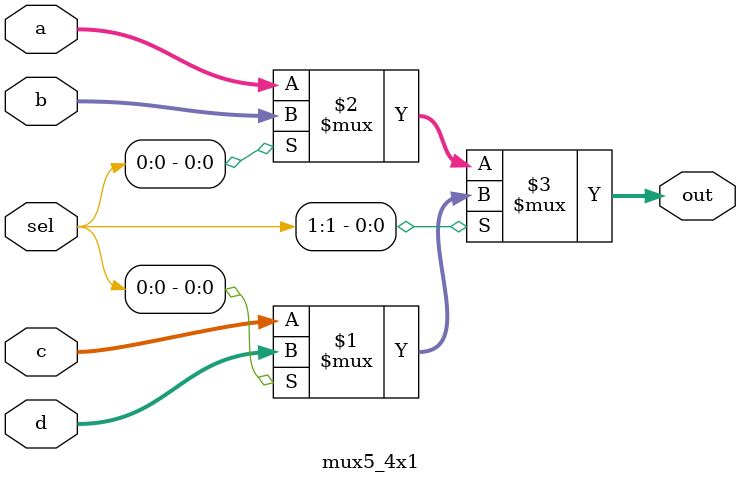
<source format=v>
module mux5_4x1 (a, b, c, d, sel, out);
	input wire [4:0]a;
	input wire [4:0]b;
	input wire [4:0]c;
	input wire [4:0]d;
	input wire [1:0]sel;
	output wire [4:0]out;

	assign out = (sel[1]) ? ((sel[0]) ? d : c) : ((sel[0]) ? b : a);
endmodule
</source>
